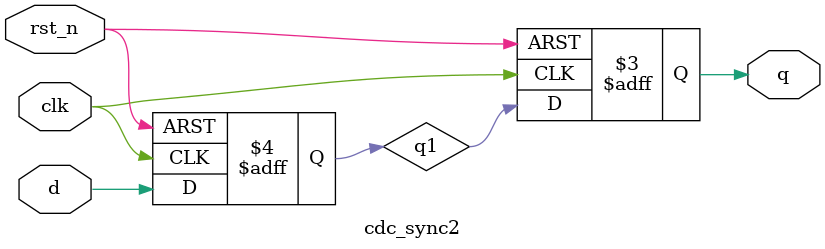
<source format=v>
`ifndef CDC_SYNC2_V
`define CDC_SYNC2_V

`include "directives.v"


// sync signal to different clock domain
module cdc_sync2 #(
    parameter WIDTH = 1
) (
    input wire clk,
    input wire rst_n,
    input wire [WIDTH-1:0] d,
    output reg [WIDTH-1:0] q
);

  // 1st stage ff output
  reg [WIDTH-1:0] q1;

  always @(posedge clk or negedge rst_n) begin
    if (!rst_n) begin
      q  <= 0;
      q1 <= 0;
    end else begin
      {q, q1} <= {q1, d};
    end
  end
endmodule

`endif

</source>
